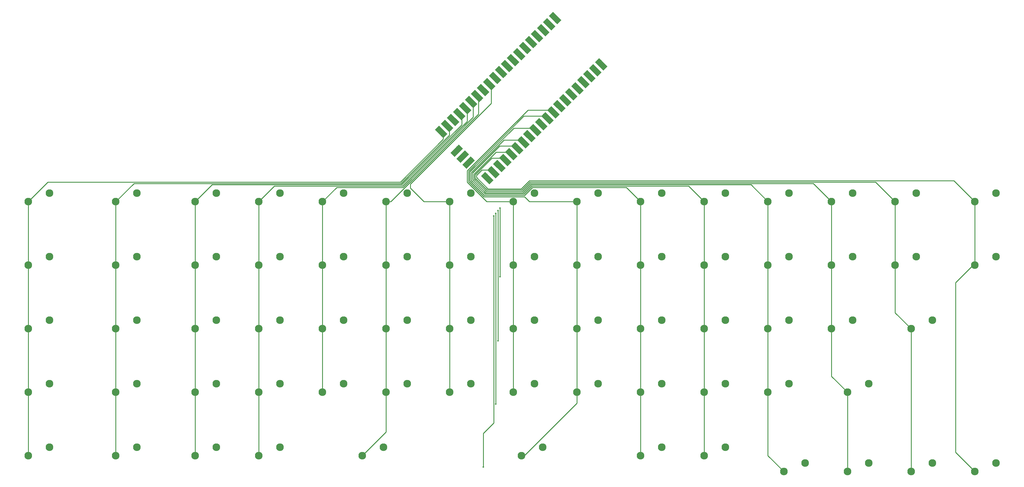
<source format=gtl>
G04 #@! TF.GenerationSoftware,KiCad,Pcbnew,8.0.4*
G04 #@! TF.CreationDate,2024-09-28T17:45:49-04:00*
G04 #@! TF.ProjectId,small-fry-pcb,736d616c-6c2d-4667-9279-2d7063622e6b,1.0*
G04 #@! TF.SameCoordinates,Original*
G04 #@! TF.FileFunction,Copper,L1,Top*
G04 #@! TF.FilePolarity,Positive*
%FSLAX46Y46*%
G04 Gerber Fmt 4.6, Leading zero omitted, Abs format (unit mm)*
G04 Created by KiCad (PCBNEW 8.0.4) date 2024-09-28 17:45:49*
%MOMM*%
%LPD*%
G01*
G04 APERTURE LIST*
G04 Aperture macros list*
%AMHorizOval*
0 Thick line with rounded ends*
0 $1 width*
0 $2 $3 position (X,Y) of the first rounded end (center of the circle)*
0 $4 $5 position (X,Y) of the second rounded end (center of the circle)*
0 Add line between two ends*
20,1,$1,$2,$3,$4,$5,0*
0 Add two circle primitives to create the rounded ends*
1,1,$1,$2,$3*
1,1,$1,$4,$5*%
%AMRotRect*
0 Rectangle, with rotation*
0 The origin of the aperture is its center*
0 $1 length*
0 $2 width*
0 $3 Rotation angle, in degrees counterclockwise*
0 Add horizontal line*
21,1,$1,$2,0,0,$3*%
G04 Aperture macros list end*
G04 #@! TA.AperFunction,ComponentPad*
%ADD10C,2.300000*%
G04 #@! TD*
G04 #@! TA.AperFunction,SMDPad,CuDef*
%ADD11RotRect,3.500000X1.700000X45.000000*%
G04 #@! TD*
G04 #@! TA.AperFunction,ComponentPad*
%ADD12HorizOval,1.700000X0.000000X0.000000X0.000000X0.000000X0*%
G04 #@! TD*
G04 #@! TA.AperFunction,ComponentPad*
%ADD13RotRect,1.700000X1.700000X315.000000*%
G04 #@! TD*
G04 #@! TA.AperFunction,SMDPad,CuDef*
%ADD14RotRect,3.500000X1.700000X315.000000*%
G04 #@! TD*
G04 #@! TA.AperFunction,ViaPad*
%ADD15C,0.500000*%
G04 #@! TD*
G04 #@! TA.AperFunction,Conductor*
%ADD16C,0.250000*%
G04 #@! TD*
G04 APERTURE END LIST*
D10*
G04 #@! TO.P,MX51,1,COL*
G04 #@! TO.N,col6*
X184396250Y-134410000D03*
G04 #@! TO.P,MX51,2,ROW*
G04 #@! TO.N,Net-(D51-A)*
X190746250Y-131870000D03*
G04 #@! TD*
G04 #@! TO.P,MX44,1,COL*
G04 #@! TO.N,col13*
X322508750Y-115360000D03*
G04 #@! TO.P,MX44,2,ROW*
G04 #@! TO.N,Net-(D44-A)*
X328858750Y-112820000D03*
G04 #@! TD*
G04 #@! TO.P,MX11,1,COL*
G04 #@! TO.N,col10*
X260596250Y-77260000D03*
G04 #@! TO.P,MX11,2,ROW*
G04 #@! TO.N,Net-(D11-A)*
X266946250Y-74720000D03*
G04 #@! TD*
G04 #@! TO.P,MX23,1,COL*
G04 #@! TO.N,col7*
X203446250Y-96310000D03*
G04 #@! TO.P,MX23,2,ROW*
G04 #@! TO.N,Net-(D23-A)*
X209796250Y-93770000D03*
G04 #@! TD*
G04 #@! TO.P,MX32,1,COL*
G04 #@! TO.N,col1*
X84383750Y-115360000D03*
G04 #@! TO.P,MX32,2,ROW*
G04 #@! TO.N,Net-(D32-A)*
X90733750Y-112820000D03*
G04 #@! TD*
G04 #@! TO.P,MX59,1,COL*
G04 #@! TO.N,col1*
X84383750Y-153460000D03*
G04 #@! TO.P,MX59,2,ROW*
G04 #@! TO.N,Net-(D59-A)*
X90733750Y-150920000D03*
G04 #@! TD*
G04 #@! TO.P,MX2,1,COL*
G04 #@! TO.N,col1*
X84383750Y-77260000D03*
G04 #@! TO.P,MX2,2,ROW*
G04 #@! TO.N,Net-(D2-A)*
X90733750Y-74720000D03*
G04 #@! TD*
G04 #@! TO.P,MX1,1,COL*
G04 #@! TO.N,col0*
X58190000Y-77260000D03*
G04 #@! TO.P,MX1,2,ROW*
G04 #@! TO.N,Net-(D1-A)*
X64540000Y-74720000D03*
G04 #@! TD*
G04 #@! TO.P,MX54,1,COL*
G04 #@! TO.N,col9*
X241546250Y-134410000D03*
G04 #@! TO.P,MX54,2,ROW*
G04 #@! TO.N,Net-(D54-A)*
X247896250Y-131870000D03*
G04 #@! TD*
G04 #@! TO.P,MX5,1,COL*
G04 #@! TO.N,col4*
X146296250Y-77260000D03*
G04 #@! TO.P,MX5,2,ROW*
G04 #@! TO.N,Net-(D5-A)*
X152646250Y-74720000D03*
G04 #@! TD*
G04 #@! TO.P,MX45,1,COL*
G04 #@! TO.N,col0*
X58190000Y-134410000D03*
G04 #@! TO.P,MX45,2,ROW*
G04 #@! TO.N,Net-(D45-A)*
X64540000Y-131870000D03*
G04 #@! TD*
G04 #@! TO.P,MX62,1,COL*
G04 #@! TO.N,col5*
X158202500Y-153460000D03*
G04 #@! TO.P,MX62,2,ROW*
G04 #@! TO.N,Net-(D62-A)*
X164552500Y-150920000D03*
G04 #@! TD*
G04 #@! TO.P,MX66,1,COL*
G04 #@! TO.N,col11*
X284408750Y-158222500D03*
G04 #@! TO.P,MX66,2,ROW*
G04 #@! TO.N,Net-(D66-A)*
X290758750Y-155682500D03*
G04 #@! TD*
G04 #@! TO.P,MX50,1,COL*
G04 #@! TO.N,col5*
X165346250Y-134410000D03*
G04 #@! TO.P,MX50,2,ROW*
G04 #@! TO.N,Net-(D50-A)*
X171696250Y-131870000D03*
G04 #@! TD*
G04 #@! TO.P,MX65,1,COL*
G04 #@! TO.N,col10*
X260596250Y-153460000D03*
G04 #@! TO.P,MX65,2,ROW*
G04 #@! TO.N,Net-(D65-A)*
X266946250Y-150920000D03*
G04 #@! TD*
G04 #@! TO.P,MX34,1,COL*
G04 #@! TO.N,col3*
X127246250Y-115360000D03*
G04 #@! TO.P,MX34,2,ROW*
G04 #@! TO.N,Net-(D34-A)*
X133596250Y-112820000D03*
G04 #@! TD*
G04 #@! TO.P,MX12,1,COL*
G04 #@! TO.N,col11*
X279646250Y-77260000D03*
G04 #@! TO.P,MX12,2,ROW*
G04 #@! TO.N,Net-(D12-A)*
X285996250Y-74720000D03*
G04 #@! TD*
G04 #@! TO.P,MX35,1,COL*
G04 #@! TO.N,col4*
X146296250Y-115360000D03*
G04 #@! TO.P,MX35,2,ROW*
G04 #@! TO.N,Net-(D35-A)*
X152646250Y-112820000D03*
G04 #@! TD*
G04 #@! TO.P,MX46,1,COL*
G04 #@! TO.N,col1*
X84383750Y-134410000D03*
G04 #@! TO.P,MX46,2,ROW*
G04 #@! TO.N,Net-(D46-A)*
X90733750Y-131870000D03*
G04 #@! TD*
G04 #@! TO.P,MX9,1,COL*
G04 #@! TO.N,col8*
X222496250Y-77260000D03*
G04 #@! TO.P,MX9,2,ROW*
G04 #@! TO.N,Net-(D9-A)*
X228846250Y-74720000D03*
G04 #@! TD*
G04 #@! TO.P,MX18,1,COL*
G04 #@! TO.N,col2*
X108196250Y-96310000D03*
G04 #@! TO.P,MX18,2,ROW*
G04 #@! TO.N,Net-(D18-A)*
X114546250Y-93770000D03*
G04 #@! TD*
G04 #@! TO.P,MX57,1,COL*
G04 #@! TO.N,col12*
X303458750Y-134410000D03*
G04 #@! TO.P,MX57,2,ROW*
G04 #@! TO.N,Net-(D57-A)*
X309808750Y-131870000D03*
G04 #@! TD*
G04 #@! TO.P,MX43,1,COL*
G04 #@! TO.N,col12*
X298696250Y-115360000D03*
G04 #@! TO.P,MX43,2,ROW*
G04 #@! TO.N,Net-(D43-A)*
X305046250Y-112820000D03*
G04 #@! TD*
G04 #@! TO.P,MX3,1,COL*
G04 #@! TO.N,col2*
X108196250Y-77260000D03*
G04 #@! TO.P,MX3,2,ROW*
G04 #@! TO.N,Net-(D3-A)*
X114546250Y-74720000D03*
G04 #@! TD*
G04 #@! TO.P,MX31,1,COL*
G04 #@! TO.N,col0*
X58190000Y-115360000D03*
G04 #@! TO.P,MX31,2,ROW*
G04 #@! TO.N,Net-(D31-A)*
X64540000Y-112820000D03*
G04 #@! TD*
G04 #@! TO.P,MX37,1,COL*
G04 #@! TO.N,col6*
X184396250Y-115360000D03*
G04 #@! TO.P,MX37,2,ROW*
G04 #@! TO.N,Net-(D37-A)*
X190746250Y-112820000D03*
G04 #@! TD*
G04 #@! TO.P,MX17,1,COL*
G04 #@! TO.N,col1*
X84383750Y-96310000D03*
G04 #@! TO.P,MX17,2,ROW*
G04 #@! TO.N,Net-(D17-A)*
X90733750Y-93770000D03*
G04 #@! TD*
G04 #@! TO.P,MX36,1,COL*
G04 #@! TO.N,col5*
X165346250Y-115360000D03*
G04 #@! TO.P,MX36,2,ROW*
G04 #@! TO.N,Net-(D36-A)*
X171696250Y-112820000D03*
G04 #@! TD*
D11*
G04 #@! TO.P,U1,43,SWDIO*
G04 #@! TO.N,unconnected-(U1-SWDIO-Pad43)*
X190055853Y-65563890D03*
D12*
G04 #@! TO.N,unconnected-(U1-SWDIO-Pad43)_1*
X190692249Y-64927494D03*
D11*
G04 #@! TO.P,U1,42,GND*
G04 #@! TO.N,unconnected-(U1-GND-Pad42)*
X188259803Y-63767838D03*
D13*
G04 #@! TO.N,unconnected-(U1-GND-Pad42)_1*
X188896199Y-63131442D03*
D11*
G04 #@! TO.P,U1,41,SWCLK*
G04 #@! TO.N,unconnected-(U1-SWCLK-Pad41)_1*
X186463752Y-61971786D03*
D12*
G04 #@! TO.N,unconnected-(U1-SWCLK-Pad41)*
X187100148Y-61335390D03*
D14*
G04 #@! TO.P,U1,40,VBUS*
G04 #@! TO.N,unconnected-(U1-VBUS-Pad40)_1*
X229781113Y-36091679D03*
D12*
G04 #@! TO.N,unconnected-(U1-VBUS-Pad40)*
X229144717Y-35455283D03*
D14*
G04 #@! TO.P,U1,39,VSYS*
G04 #@! TO.N,unconnected-(U1-VSYS-Pad39)_1*
X227985061Y-37887731D03*
D12*
G04 #@! TO.N,unconnected-(U1-VSYS-Pad39)*
X227348665Y-37251335D03*
D14*
G04 #@! TO.P,U1,38,GND*
G04 #@! TO.N,unconnected-(U1-GND-Pad38)_1*
X226189010Y-39683781D03*
D13*
G04 #@! TO.N,unconnected-(U1-GND-Pad38)*
X225552614Y-39047385D03*
D14*
G04 #@! TO.P,U1,37,3V3_EN*
G04 #@! TO.N,unconnected-(U1-3V3_EN-Pad37)_1*
X224392959Y-41479833D03*
D12*
G04 #@! TO.N,unconnected-(U1-3V3_EN-Pad37)*
X223756563Y-40843437D03*
D14*
G04 #@! TO.P,U1,36,3V3*
G04 #@! TO.N,unconnected-(U1-3V3-Pad36)_1*
X222596908Y-43275884D03*
D12*
G04 #@! TO.N,unconnected-(U1-3V3-Pad36)*
X221960512Y-42639488D03*
D14*
G04 #@! TO.P,U1,35,ADC_VREF*
G04 #@! TO.N,unconnected-(U1-ADC_VREF-Pad35)*
X220800856Y-45071935D03*
D12*
G04 #@! TO.N,unconnected-(U1-ADC_VREF-Pad35)_1*
X220164460Y-44435539D03*
D14*
G04 #@! TO.P,U1,34,GPIO28_ADC2*
G04 #@! TO.N,unconnected-(U1-GPIO28_ADC2-Pad34)_1*
X219004806Y-46867986D03*
D12*
G04 #@! TO.N,unconnected-(U1-GPIO28_ADC2-Pad34)*
X218368410Y-46231590D03*
D14*
G04 #@! TO.P,U1,33,AGND*
G04 #@! TO.N,unconnected-(U1-AGND-Pad33)_1*
X217208754Y-48664037D03*
D13*
G04 #@! TO.N,unconnected-(U1-AGND-Pad33)*
X216572358Y-48027641D03*
D14*
G04 #@! TO.P,U1,32,GPIO27_ADC1*
G04 #@! TO.N,col7*
X215412703Y-50460088D03*
D12*
X214776307Y-49823692D03*
D14*
G04 #@! TO.P,U1,31,GPIO26_ADC0*
G04 #@! TO.N,col8*
X213616652Y-52256140D03*
D12*
X212980256Y-51619744D03*
D14*
G04 #@! TO.P,U1,30,RUN*
G04 #@! TO.N,unconnected-(U1-RUN-Pad30)*
X211820601Y-54052191D03*
D12*
G04 #@! TO.N,unconnected-(U1-RUN-Pad30)_1*
X211184205Y-53415795D03*
D14*
G04 #@! TO.P,U1,29,GPIO22*
G04 #@! TO.N,col9*
X210024549Y-55848242D03*
D12*
X209388153Y-55211846D03*
D14*
G04 #@! TO.P,U1,28,GND*
G04 #@! TO.N,unconnected-(U1-GND-Pad28)_1*
X208228499Y-57644293D03*
D13*
G04 #@! TO.N,unconnected-(U1-GND-Pad28)*
X207592103Y-57007897D03*
D14*
G04 #@! TO.P,U1,27,GPIO21*
G04 #@! TO.N,col10*
X206432447Y-59440345D03*
D12*
X205796051Y-58803949D03*
D14*
G04 #@! TO.P,U1,26,GPIO20*
G04 #@! TO.N,col11*
X204636396Y-61236396D03*
D12*
X204000000Y-60600000D03*
D14*
G04 #@! TO.P,U1,25,GPIO19*
G04 #@! TO.N,col12*
X202840345Y-63032447D03*
D12*
X202203949Y-62396051D03*
D14*
G04 #@! TO.P,U1,24,GPIO18*
G04 #@! TO.N,col13*
X201044294Y-64828498D03*
D12*
X200407898Y-64192102D03*
D14*
G04 #@! TO.P,U1,23,GND*
G04 #@! TO.N,unconnected-(U1-GND-Pad23)*
X199248242Y-66624549D03*
D13*
G04 #@! TO.N,unconnected-(U1-GND-Pad23)_1*
X198611846Y-65988153D03*
D14*
G04 #@! TO.P,U1,22,GPIO17*
G04 #@! TO.N,col14*
X197452191Y-68420601D03*
D12*
X196815795Y-67784205D03*
D14*
G04 #@! TO.P,U1,21,GPIO16*
G04 #@! TO.N,unconnected-(U1-GPIO16-Pad21)*
X195656140Y-70216652D03*
D12*
G04 #@! TO.N,unconnected-(U1-GPIO16-Pad21)_1*
X195019744Y-69580256D03*
D14*
G04 #@! TO.P,U1,20,GPIO15*
G04 #@! TO.N,col0*
X181810989Y-56371501D03*
D12*
X182447385Y-57007897D03*
D14*
G04 #@! TO.P,U1,19,GPIO14*
G04 #@! TO.N,col1*
X183607041Y-54575449D03*
D12*
X184243437Y-55211845D03*
D14*
G04 #@! TO.P,U1,18,GND*
G04 #@! TO.N,unconnected-(U1-GND-Pad18)_1*
X185403092Y-52779399D03*
D13*
G04 #@! TO.N,unconnected-(U1-GND-Pad18)*
X186039488Y-53415795D03*
D14*
G04 #@! TO.P,U1,17,GPIO13*
G04 #@! TO.N,col2*
X187199143Y-50983347D03*
D12*
X187835539Y-51619743D03*
D14*
G04 #@! TO.P,U1,16,GPIO12*
G04 #@! TO.N,col3*
X188995194Y-49187296D03*
D12*
X189631590Y-49823692D03*
D14*
G04 #@! TO.P,U1,15,GPIO11*
G04 #@! TO.N,col4*
X190791246Y-47391245D03*
D12*
X191427642Y-48027641D03*
D14*
G04 #@! TO.P,U1,14,GPIO10*
G04 #@! TO.N,col5*
X192587296Y-45595194D03*
D12*
X193223692Y-46231590D03*
D14*
G04 #@! TO.P,U1,13,GND*
G04 #@! TO.N,unconnected-(U1-GND-Pad13)*
X194383348Y-43799143D03*
D13*
G04 #@! TO.N,unconnected-(U1-GND-Pad13)_1*
X195019744Y-44435539D03*
D14*
G04 #@! TO.P,U1,12,GPIO9*
G04 #@! TO.N,col6*
X196179399Y-42003092D03*
D12*
X196815795Y-42639488D03*
D14*
G04 #@! TO.P,U1,11,GPIO8*
G04 #@! TO.N,row4*
X197975450Y-40207040D03*
D12*
X198611846Y-40843436D03*
D14*
G04 #@! TO.P,U1,10,GPIO7*
G04 #@! TO.N,row3*
X199771501Y-38410989D03*
D12*
X200407897Y-39047385D03*
D14*
G04 #@! TO.P,U1,9,GPIO6*
G04 #@! TO.N,row2*
X201567553Y-36614938D03*
D12*
X202203949Y-37251334D03*
D14*
G04 #@! TO.P,U1,8,GND*
G04 #@! TO.N,unconnected-(U1-GND-Pad8)_1*
X203363603Y-34818887D03*
D13*
G04 #@! TO.N,unconnected-(U1-GND-Pad8)*
X203999999Y-35455283D03*
D14*
G04 #@! TO.P,U1,7,GPIO5*
G04 #@! TO.N,row1*
X205159655Y-33022835D03*
D12*
X205796051Y-33659231D03*
D14*
G04 #@! TO.P,U1,6,GPIO4*
G04 #@! TO.N,row0*
X206955706Y-31226784D03*
D12*
X207592102Y-31863180D03*
D14*
G04 #@! TO.P,U1,5,GPIO3*
G04 #@! TO.N,unconnected-(U1-GPIO3-Pad5)*
X208751757Y-29430733D03*
D12*
G04 #@! TO.N,unconnected-(U1-GPIO3-Pad5)_1*
X209388153Y-30067129D03*
D14*
G04 #@! TO.P,U1,4,GPIO2*
G04 #@! TO.N,unconnected-(U1-GPIO2-Pad4)_1*
X210547808Y-27634682D03*
D12*
G04 #@! TO.N,unconnected-(U1-GPIO2-Pad4)*
X211184204Y-28271078D03*
D14*
G04 #@! TO.P,U1,3,GND*
G04 #@! TO.N,unconnected-(U1-GND-Pad3)_1*
X212343860Y-25838631D03*
D13*
G04 #@! TO.N,unconnected-(U1-GND-Pad3)*
X212980256Y-26475027D03*
D14*
G04 #@! TO.P,U1,2,GPIO1*
G04 #@! TO.N,unconnected-(U1-GPIO1-Pad2)_1*
X214139911Y-24042579D03*
D12*
G04 #@! TO.N,unconnected-(U1-GPIO1-Pad2)*
X214776307Y-24678975D03*
D14*
G04 #@! TO.P,U1,1,GPIO0*
G04 #@! TO.N,unconnected-(U1-GPIO0-Pad1)*
X215935962Y-22246528D03*
D12*
G04 #@! TO.N,unconnected-(U1-GPIO0-Pad1)_1*
X216572358Y-22882924D03*
G04 #@! TD*
D10*
G04 #@! TO.P,MX47,1,COL*
G04 #@! TO.N,col2*
X108196250Y-134410000D03*
G04 #@! TO.P,MX47,2,ROW*
G04 #@! TO.N,Net-(D47-A)*
X114546250Y-131870000D03*
G04 #@! TD*
G04 #@! TO.P,MX25,1,COL*
G04 #@! TO.N,col9*
X241546250Y-96310000D03*
G04 #@! TO.P,MX25,2,ROW*
G04 #@! TO.N,Net-(D25-A)*
X247896250Y-93770000D03*
G04 #@! TD*
G04 #@! TO.P,MX61,1,COL*
G04 #@! TO.N,col3*
X127246250Y-153460000D03*
G04 #@! TO.P,MX61,2,ROW*
G04 #@! TO.N,Net-(D61-A)*
X133596250Y-150920000D03*
G04 #@! TD*
G04 #@! TO.P,MX26,1,COL*
G04 #@! TO.N,col10*
X260596250Y-96310000D03*
G04 #@! TO.P,MX26,2,ROW*
G04 #@! TO.N,Net-(D26-A)*
X266946250Y-93770000D03*
G04 #@! TD*
G04 #@! TO.P,MX15,1,COL*
G04 #@! TO.N,col14*
X341558750Y-77260000D03*
G04 #@! TO.P,MX15,2,ROW*
G04 #@! TO.N,Net-(D15-A)*
X347908750Y-74720000D03*
G04 #@! TD*
G04 #@! TO.P,MX58,1,COL*
G04 #@! TO.N,col0*
X58190000Y-153460000D03*
G04 #@! TO.P,MX58,2,ROW*
G04 #@! TO.N,Net-(D58-A)*
X64540000Y-150920000D03*
G04 #@! TD*
G04 #@! TO.P,MX63,1,COL*
G04 #@! TO.N,col8*
X205827500Y-153460000D03*
G04 #@! TO.P,MX63,2,ROW*
G04 #@! TO.N,Net-(D63-A)*
X212177500Y-150920000D03*
G04 #@! TD*
G04 #@! TO.P,MX28,1,COL*
G04 #@! TO.N,col12*
X298696250Y-96310000D03*
G04 #@! TO.P,MX28,2,ROW*
G04 #@! TO.N,Net-(D28-A)*
X305046250Y-93770000D03*
G04 #@! TD*
G04 #@! TO.P,MX8,1,COL*
G04 #@! TO.N,col7*
X203446250Y-77260000D03*
G04 #@! TO.P,MX8,2,ROW*
G04 #@! TO.N,Net-(D8-A)*
X209796250Y-74720000D03*
G04 #@! TD*
G04 #@! TO.P,MX10,1,COL*
G04 #@! TO.N,col9*
X241546250Y-77260000D03*
G04 #@! TO.P,MX10,2,ROW*
G04 #@! TO.N,Net-(D10-A)*
X247896250Y-74720000D03*
G04 #@! TD*
G04 #@! TO.P,MX53,1,COL*
G04 #@! TO.N,col8*
X222496250Y-134410000D03*
G04 #@! TO.P,MX53,2,ROW*
G04 #@! TO.N,Net-(D53-A)*
X228846250Y-131870000D03*
G04 #@! TD*
G04 #@! TO.P,MX64,1,COL*
G04 #@! TO.N,col9*
X241546250Y-153460000D03*
G04 #@! TO.P,MX64,2,ROW*
G04 #@! TO.N,Net-(D64-A)*
X247896250Y-150920000D03*
G04 #@! TD*
G04 #@! TO.P,MX49,1,COL*
G04 #@! TO.N,col4*
X146296250Y-134410000D03*
G04 #@! TO.P,MX49,2,ROW*
G04 #@! TO.N,Net-(D49-A)*
X152646250Y-131870000D03*
G04 #@! TD*
G04 #@! TO.P,MX27,1,COL*
G04 #@! TO.N,col11*
X279646250Y-96310000D03*
G04 #@! TO.P,MX27,2,ROW*
G04 #@! TO.N,Net-(D27-A)*
X285996250Y-93770000D03*
G04 #@! TD*
G04 #@! TO.P,MX33,1,COL*
G04 #@! TO.N,col2*
X108196250Y-115360000D03*
G04 #@! TO.P,MX33,2,ROW*
G04 #@! TO.N,Net-(D33-A)*
X114546250Y-112820000D03*
G04 #@! TD*
G04 #@! TO.P,MX21,1,COL*
G04 #@! TO.N,col5*
X165346250Y-96310000D03*
G04 #@! TO.P,MX21,2,ROW*
G04 #@! TO.N,Net-(D21-A)*
X171696250Y-93770000D03*
G04 #@! TD*
G04 #@! TO.P,MX19,1,COL*
G04 #@! TO.N,col3*
X127246250Y-96310000D03*
G04 #@! TO.P,MX19,2,ROW*
G04 #@! TO.N,Net-(D19-A)*
X133596250Y-93770000D03*
G04 #@! TD*
G04 #@! TO.P,MX55,1,COL*
G04 #@! TO.N,col10*
X260596250Y-134410000D03*
G04 #@! TO.P,MX55,2,ROW*
G04 #@! TO.N,Net-(D55-A)*
X266946250Y-131870000D03*
G04 #@! TD*
G04 #@! TO.P,MX29,1,COL*
G04 #@! TO.N,col13*
X317746250Y-96310000D03*
G04 #@! TO.P,MX29,2,ROW*
G04 #@! TO.N,Net-(D29-A)*
X324096250Y-93770000D03*
G04 #@! TD*
G04 #@! TO.P,MX7,1,COL*
G04 #@! TO.N,col6*
X184396250Y-77260000D03*
G04 #@! TO.P,MX7,2,ROW*
G04 #@! TO.N,Net-(D7-A)*
X190746250Y-74720000D03*
G04 #@! TD*
G04 #@! TO.P,MX13,1,COL*
G04 #@! TO.N,col12*
X298696250Y-77260000D03*
G04 #@! TO.P,MX13,2,ROW*
G04 #@! TO.N,Net-(D13-A)*
X305046250Y-74720000D03*
G04 #@! TD*
G04 #@! TO.P,MX4,1,COL*
G04 #@! TO.N,col3*
X127246250Y-77260000D03*
G04 #@! TO.P,MX4,2,ROW*
G04 #@! TO.N,Net-(D4-A)*
X133596250Y-74720000D03*
G04 #@! TD*
G04 #@! TO.P,MX41,1,COL*
G04 #@! TO.N,col10*
X260596250Y-115360000D03*
G04 #@! TO.P,MX41,2,ROW*
G04 #@! TO.N,Net-(D41-A)*
X266946250Y-112820000D03*
G04 #@! TD*
G04 #@! TO.P,MX52,1,COL*
G04 #@! TO.N,col7*
X203446250Y-134410000D03*
G04 #@! TO.P,MX52,2,ROW*
G04 #@! TO.N,Net-(D52-A)*
X209796250Y-131870000D03*
G04 #@! TD*
G04 #@! TO.P,MX16,1,COL*
G04 #@! TO.N,col0*
X58190000Y-96310000D03*
G04 #@! TO.P,MX16,2,ROW*
G04 #@! TO.N,Net-(D16-A)*
X64540000Y-93770000D03*
G04 #@! TD*
G04 #@! TO.P,MX20,1,COL*
G04 #@! TO.N,col4*
X146296250Y-96310000D03*
G04 #@! TO.P,MX20,2,ROW*
G04 #@! TO.N,Net-(D20-A)*
X152646250Y-93770000D03*
G04 #@! TD*
G04 #@! TO.P,MX69,1,COL*
G04 #@! TO.N,col14*
X341558750Y-158222500D03*
G04 #@! TO.P,MX69,2,ROW*
G04 #@! TO.N,Net-(D69-A)*
X347908750Y-155682500D03*
G04 #@! TD*
G04 #@! TO.P,MX6,1,COL*
G04 #@! TO.N,col5*
X165346250Y-77260000D03*
G04 #@! TO.P,MX6,2,ROW*
G04 #@! TO.N,Net-(D6-A)*
X171696250Y-74720000D03*
G04 #@! TD*
G04 #@! TO.P,MX38,1,COL*
G04 #@! TO.N,col7*
X203446250Y-115360000D03*
G04 #@! TO.P,MX38,2,ROW*
G04 #@! TO.N,Net-(D38-A)*
X209796250Y-112820000D03*
G04 #@! TD*
G04 #@! TO.P,MX68,1,COL*
G04 #@! TO.N,col13*
X322508750Y-158222500D03*
G04 #@! TO.P,MX68,2,ROW*
G04 #@! TO.N,Net-(D68-A)*
X328858750Y-155682500D03*
G04 #@! TD*
G04 #@! TO.P,MX42,1,COL*
G04 #@! TO.N,col11*
X279646250Y-115360000D03*
G04 #@! TO.P,MX42,2,ROW*
G04 #@! TO.N,Net-(D42-A)*
X285996250Y-112820000D03*
G04 #@! TD*
G04 #@! TO.P,MX60,1,COL*
G04 #@! TO.N,col2*
X108196250Y-153460000D03*
G04 #@! TO.P,MX60,2,ROW*
G04 #@! TO.N,Net-(D60-A)*
X114546250Y-150920000D03*
G04 #@! TD*
G04 #@! TO.P,MX48,1,COL*
G04 #@! TO.N,col3*
X127246250Y-134410000D03*
G04 #@! TO.P,MX48,2,ROW*
G04 #@! TO.N,Net-(D48-A)*
X133596250Y-131870000D03*
G04 #@! TD*
G04 #@! TO.P,MX67,1,COL*
G04 #@! TO.N,col12*
X303458750Y-158222500D03*
G04 #@! TO.P,MX67,2,ROW*
G04 #@! TO.N,Net-(D67-A)*
X309808750Y-155682500D03*
G04 #@! TD*
G04 #@! TO.P,MX40,1,COL*
G04 #@! TO.N,col9*
X241546250Y-115360000D03*
G04 #@! TO.P,MX40,2,ROW*
G04 #@! TO.N,Net-(D40-A)*
X247896250Y-112820000D03*
G04 #@! TD*
G04 #@! TO.P,MX39,1,COL*
G04 #@! TO.N,col8*
X222496250Y-115360000D03*
G04 #@! TO.P,MX39,2,ROW*
G04 #@! TO.N,Net-(D39-A)*
X228846250Y-112820000D03*
G04 #@! TD*
G04 #@! TO.P,MX30,1,COL*
G04 #@! TO.N,col14*
X341558750Y-96310000D03*
G04 #@! TO.P,MX30,2,ROW*
G04 #@! TO.N,Net-(D30-A)*
X347908750Y-93770000D03*
G04 #@! TD*
G04 #@! TO.P,MX56,1,COL*
G04 #@! TO.N,col11*
X279646250Y-134410000D03*
G04 #@! TO.P,MX56,2,ROW*
G04 #@! TO.N,Net-(D56-A)*
X285996250Y-131870000D03*
G04 #@! TD*
G04 #@! TO.P,MX14,1,COL*
G04 #@! TO.N,col13*
X317746250Y-77260000D03*
G04 #@! TO.P,MX14,2,ROW*
G04 #@! TO.N,Net-(D14-A)*
X324096250Y-74720000D03*
G04 #@! TD*
G04 #@! TO.P,MX24,1,COL*
G04 #@! TO.N,col8*
X222496250Y-96310000D03*
G04 #@! TO.P,MX24,2,ROW*
G04 #@! TO.N,Net-(D24-A)*
X228846250Y-93770000D03*
G04 #@! TD*
G04 #@! TO.P,MX22,1,COL*
G04 #@! TO.N,col6*
X184396250Y-96310000D03*
G04 #@! TO.P,MX22,2,ROW*
G04 #@! TO.N,Net-(D22-A)*
X190746250Y-93770000D03*
G04 #@! TD*
D15*
G04 #@! TO.N,row1*
X199400000Y-79200000D03*
X199400000Y-99800000D03*
G04 #@! TO.N,row2*
X198800000Y-119000000D03*
X198800000Y-80000000D03*
G04 #@! TO.N,row4*
X194400000Y-156850000D03*
X197600000Y-81600000D03*
G04 #@! TO.N,row3*
X198200000Y-80800000D03*
X198200000Y-138000000D03*
G04 #@! TD*
D16*
G04 #@! TO.N,col6*
X176660000Y-77260000D02*
X184396250Y-77260000D01*
X172600000Y-73200000D02*
X176660000Y-77260000D01*
X172600000Y-72000000D02*
X172600000Y-73200000D01*
X196815795Y-47784205D02*
X172600000Y-72000000D01*
X196815795Y-42639487D02*
X196815795Y-47784205D01*
G04 #@! TO.N,col0*
X182447385Y-58552615D02*
X182447385Y-57007897D01*
X58190000Y-77260000D02*
X64050000Y-71400000D01*
X64050000Y-71400000D02*
X169600000Y-71400000D01*
X169600000Y-71400000D02*
X182447385Y-58552615D01*
G04 #@! TO.N,col1*
X184243437Y-57356563D02*
X184243437Y-55211846D01*
X169800000Y-71800000D02*
X184243437Y-57356563D01*
X89843750Y-71800000D02*
X169800000Y-71800000D01*
X84383750Y-77260000D02*
X89843750Y-71800000D01*
G04 #@! TO.N,col2*
X113256250Y-72200000D02*
X108196250Y-77260000D01*
X170000000Y-72200000D02*
X113256250Y-72200000D01*
X188000000Y-51784204D02*
X188000000Y-54200000D01*
X187835539Y-51619743D02*
X188000000Y-51784204D01*
X188000000Y-54200000D02*
X170000000Y-72200000D01*
G04 #@! TO.N,col3*
X170200000Y-72600000D02*
X131906250Y-72600000D01*
X189631590Y-53168410D02*
X170200000Y-72600000D01*
X131906250Y-72600000D02*
X127246250Y-77260000D01*
X189631590Y-49823692D02*
X189631590Y-53168410D01*
G04 #@! TO.N,col4*
X170400000Y-73000000D02*
X150556250Y-73000000D01*
X150556250Y-73000000D02*
X146296250Y-77260000D01*
X191427642Y-51972358D02*
X170400000Y-73000000D01*
X191427642Y-48027641D02*
X191427642Y-51972358D01*
G04 #@! TO.N,col5*
X166740000Y-77260000D02*
X165346250Y-77260000D01*
X192954724Y-51045276D02*
X166740000Y-77260000D01*
X192954724Y-45962622D02*
X192954724Y-51045276D01*
X193223692Y-46231590D02*
X192954724Y-45962622D01*
G04 #@! TO.N,col8*
X206580256Y-51619744D02*
X212980256Y-51619744D01*
X190000000Y-68200000D02*
X206580256Y-51619744D01*
X190000000Y-71200000D02*
X190000000Y-68200000D01*
X206785000Y-75785000D02*
X194585000Y-75785000D01*
X208260000Y-77260000D02*
X206785000Y-75785000D01*
X222496250Y-77260000D02*
X208260000Y-77260000D01*
X194585000Y-75785000D02*
X190000000Y-71200000D01*
G04 #@! TO.N,col14*
X335800000Y-152463750D02*
X341558750Y-158222500D01*
X335800000Y-101565326D02*
X335800000Y-152463750D01*
X341055326Y-96310000D02*
X335800000Y-101565326D01*
X341558750Y-96310000D02*
X341055326Y-96310000D01*
G04 #@! TO.N,col13*
X322508750Y-158222500D02*
X322508750Y-115360000D01*
X322508750Y-158222500D02*
X322400000Y-158113750D01*
G04 #@! TO.N,row1*
X199400000Y-99800000D02*
X199400000Y-79200000D01*
G04 #@! TO.N,row2*
X198800000Y-80000000D02*
X198800000Y-119000000D01*
G04 #@! TO.N,row3*
X198200000Y-80800000D02*
X198200000Y-138000000D01*
G04 #@! TO.N,row4*
X197600000Y-143600000D02*
X194400000Y-146800000D01*
X194400000Y-146800000D02*
X194400000Y-156850000D01*
X197600000Y-81600000D02*
X197600000Y-143600000D01*
G04 #@! TO.N,col6*
X184396250Y-77260000D02*
X184396250Y-96310000D01*
X184396250Y-96310000D02*
X184396250Y-115360000D01*
X184396250Y-115360000D02*
X184396250Y-134410000D01*
G04 #@! TO.N,col0*
X58190000Y-115360000D02*
X58190000Y-96310000D01*
X58190000Y-134410000D02*
X58190000Y-115360000D01*
X58190000Y-96310000D02*
X58190000Y-77260000D01*
X58190000Y-153460000D02*
X58190000Y-134410000D01*
G04 #@! TO.N,col1*
X84383750Y-115360000D02*
X84383750Y-96310000D01*
X84383750Y-134410000D02*
X84383750Y-115360000D01*
X84383750Y-153460000D02*
X84383750Y-134410000D01*
X84383750Y-96310000D02*
X84383750Y-77260000D01*
G04 #@! TO.N,col2*
X108196250Y-115360000D02*
X108196250Y-134410000D01*
X108196250Y-134410000D02*
X108196250Y-153460000D01*
X108196250Y-96310000D02*
X108196250Y-115360000D01*
X108196250Y-77260000D02*
X108196250Y-96310000D01*
G04 #@! TO.N,col3*
X127246250Y-115360000D02*
X127246250Y-96310000D01*
X127246250Y-96310000D02*
X127246250Y-77260000D01*
X127246250Y-153460000D02*
X127246250Y-134410000D01*
X127246250Y-134410000D02*
X127246250Y-115360000D01*
G04 #@! TO.N,col4*
X146296250Y-77260000D02*
X146296250Y-96310000D01*
X146296250Y-96310000D02*
X146296250Y-115360000D01*
X146296250Y-115360000D02*
X146296250Y-134410000D01*
G04 #@! TO.N,col5*
X165346250Y-96310000D02*
X165346250Y-77260000D01*
X165346250Y-134410000D02*
X165346250Y-115360000D01*
X165346250Y-115360000D02*
X165346250Y-96310000D01*
X165346250Y-146316250D02*
X165346250Y-134410000D01*
X158202500Y-153460000D02*
X165346250Y-146316250D01*
G04 #@! TO.N,col8*
X206740000Y-153460000D02*
X222496250Y-137703750D01*
X205827500Y-153460000D02*
X206740000Y-153460000D01*
X222496250Y-115360000D02*
X222496250Y-134410000D01*
X222496250Y-96310000D02*
X222496250Y-115360000D01*
X222496250Y-137703750D02*
X222496250Y-134410000D01*
X222496250Y-77260000D02*
X222496250Y-96310000D01*
G04 #@! TO.N,col7*
X189600000Y-68000000D02*
X207776307Y-49823693D01*
X203446250Y-77260000D02*
X203446250Y-76153750D01*
X203446250Y-77260000D02*
X195460000Y-77260000D01*
X195460000Y-77260000D02*
X189600000Y-71400000D01*
X203446250Y-134410000D02*
X203446250Y-115360000D01*
X207776307Y-49823693D02*
X214776307Y-49823693D01*
X203446250Y-96310000D02*
X203446250Y-77260000D01*
X189600000Y-71400000D02*
X189600000Y-68000000D01*
X203446250Y-115360000D02*
X203446250Y-96310000D01*
G04 #@! TO.N,col9*
X241546250Y-153460000D02*
X241546250Y-134410000D01*
X241546250Y-134410000D02*
X241546250Y-115360000D01*
X241546250Y-96310000D02*
X241546250Y-77260000D01*
X190400000Y-68400000D02*
X203588154Y-55211846D01*
X203588154Y-55211846D02*
X209388153Y-55211846D01*
X190400000Y-71000000D02*
X190400000Y-68400000D01*
X209200000Y-73000000D02*
X206800000Y-75400000D01*
X194800000Y-75400000D02*
X190400000Y-71000000D01*
X237286250Y-73000000D02*
X241546250Y-77260000D01*
X241546250Y-115360000D02*
X241546250Y-96310000D01*
X209200000Y-73000000D02*
X237286250Y-73000000D01*
X206800000Y-75400000D02*
X194800000Y-75400000D01*
G04 #@! TO.N,col10*
X200596051Y-58803949D02*
X205796051Y-58803949D01*
X255936250Y-72600000D02*
X209000000Y-72600000D01*
X190800000Y-68600000D02*
X200596051Y-58803949D01*
X209000000Y-72600000D02*
X206600000Y-75000000D01*
X195000000Y-75000000D02*
X190800000Y-70800000D01*
X260596250Y-115360000D02*
X260596250Y-134410000D01*
X260596250Y-77260000D02*
X260596250Y-96310000D01*
X260596250Y-134410000D02*
X260596250Y-153460000D01*
X260596250Y-96310000D02*
X260596250Y-115360000D01*
X260596250Y-77260000D02*
X255936250Y-72600000D01*
X190800000Y-70800000D02*
X190800000Y-68600000D01*
X206600000Y-75000000D02*
X195000000Y-75000000D01*
G04 #@! TO.N,col11*
X199340416Y-60600000D02*
X204000000Y-60600000D01*
X284408750Y-158222500D02*
X279646250Y-153460000D01*
X279646250Y-77260000D02*
X274586250Y-72200000D01*
X208800000Y-72200000D02*
X206400000Y-74600000D01*
X279646250Y-115360000D02*
X279646250Y-96310000D01*
X279646250Y-153460000D02*
X279646250Y-134410000D01*
X274586250Y-72200000D02*
X208800000Y-72200000D01*
X195200000Y-74600000D02*
X191200000Y-70600000D01*
X279646250Y-134410000D02*
X279646250Y-115360000D01*
X279646250Y-96310000D02*
X279646250Y-77260000D01*
X191200000Y-68740416D02*
X199340416Y-60600000D01*
X206400000Y-74600000D02*
X195200000Y-74600000D01*
X191200000Y-70600000D02*
X191200000Y-68740416D01*
G04 #@! TO.N,col12*
X298696250Y-115360000D02*
X298696250Y-129647500D01*
X191600000Y-69000000D02*
X198203949Y-62396051D01*
X298696250Y-96310000D02*
X298696250Y-115360000D01*
X293236250Y-71800000D02*
X208600000Y-71800000D01*
X198203949Y-62396051D02*
X202203948Y-62396051D01*
X191600000Y-70400000D02*
X191600000Y-69000000D01*
X298696250Y-77260000D02*
X293236250Y-71800000D01*
X206200000Y-74200000D02*
X195400000Y-74200000D01*
X303458750Y-134410000D02*
X303458750Y-158222500D01*
X298696250Y-77260000D02*
X298696250Y-96310000D01*
X298696250Y-129647500D02*
X303458750Y-134410000D01*
X195400000Y-74200000D02*
X191600000Y-70400000D01*
X208600000Y-71800000D02*
X206200000Y-74200000D01*
G04 #@! TO.N,col13*
X192000000Y-69200000D02*
X197007898Y-64192102D01*
X317746250Y-96310000D02*
X317746250Y-77260000D01*
X195540416Y-73800000D02*
X192000000Y-70259584D01*
X208400000Y-71400000D02*
X206000000Y-73800000D01*
X192000000Y-70259584D02*
X192000000Y-69200000D01*
X197007898Y-64192102D02*
X200407898Y-64192102D01*
X206000000Y-73800000D02*
X195540416Y-73800000D01*
X317746250Y-77260000D02*
X311886250Y-71400000D01*
X322508750Y-115360000D02*
X317746250Y-110597500D01*
X311886250Y-71400000D02*
X208400000Y-71400000D01*
X317746250Y-110597500D02*
X317746250Y-96310000D01*
G04 #@! TO.N,col14*
X341558750Y-77260000D02*
X335298750Y-71000000D01*
X192400000Y-70000000D02*
X192400000Y-69400000D01*
X208200000Y-71000000D02*
X205800000Y-73400000D01*
X335298750Y-71000000D02*
X208200000Y-71000000D01*
X194015795Y-67784205D02*
X196815795Y-67784205D01*
X195800000Y-73400000D02*
X192400000Y-70000000D01*
X341558750Y-77260000D02*
X341558750Y-96310000D01*
X205800000Y-73400000D02*
X195800000Y-73400000D01*
X192400000Y-69400000D02*
X194015795Y-67784205D01*
G04 #@! TD*
M02*

</source>
